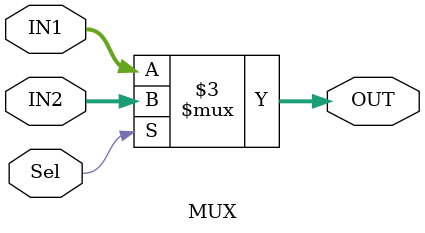
<source format=v>


// File Name: MUX.V

// Description: 2X1 MUX.

// Author: Omar Hossam El Din

//----------------------------------------------------------------------

module MUX #(

//-----------------------------------------------------------------------
//                    Parameters Decleration   
//-----------------------------------------------------------------------

 parameter DATA_WIDTH   = 32


)





( 
//-----------------------------------------------------------------------
//                        Port Decleration   
//-----------------------------------------------------------------------
  
  input wire  [DATA_WIDTH-1:0]      IN1,
  
  input wire  [DATA_WIDTH-1:0]      IN2,
  
  input wire                        Sel,
  
  output reg  [DATA_WIDTH-1:0]      OUT
  
  );
  
  always@(*)
  
  begin
    
  if(Sel)
    
    OUT = IN2;
    
  else
    
    OUT = IN1;
    
  end
  
  
endmodule






</source>
